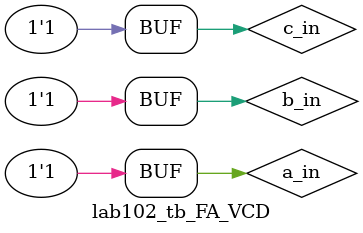
<source format=v>
`timescale 1ns / 1ps


module lab102_tb_FA_VCD(   );
reg a_in;
reg b_in;
reg c_in;
wire sum_out;
wire carry_out;

lab102_FA_VCD uut(
                     .a_in(a_in),
                     .b_in(b_in),
                     .c_in(c_in),
                     .sum_out(sum_out),
                     .carry_out(carry_out)
                   );    
                   
initial begin
$monitor ("The value of time=%0t, a_in=%0b, b_in=%0b, c_in=%0b, sum_out=%0b, carry_out=0%b",
               $time, a_in, b_in, c_in, sum_out, carry_out);
    a_in = 1'b0;
    b_in = 1'b0;
    c_in = 1'b0;
 
#10 a_in = 1'b0;
    b_in = 1'b0;
    c_in = 1'b1; 
    
#10 a_in = 1'b0;
    b_in = 1'b1;
    c_in = 1'b0; 

#10 a_in = 1'b0;
    b_in = 1'b1;
    c_in = 1'b1; 
    
#10 a_in = 1'b1;
    b_in = 1'b0;
    c_in = 1'b0; 
    
#10 a_in = 1'b1;
    b_in = 1'b0;
    c_in = 1'b1; 

#10 a_in = 1'b1;
    b_in = 1'b1;
    c_in = 1'b0; 

#10 a_in = 1'b1;
    b_in = 1'b1;
    c_in = 1'b1; 
 
end      

initial  begin
$dumpfile("waveform.vcd");
$dumpvars(0,lab102_tb_FA_VCD);
end
endmodule

</source>
